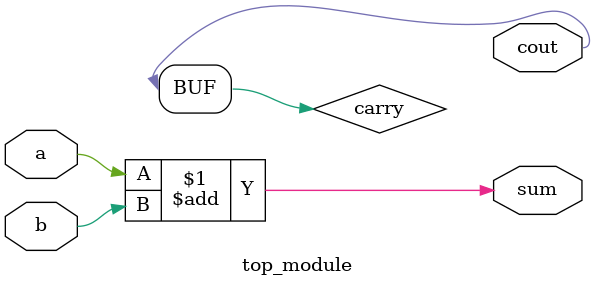
<source format=sv>
module top_module (
  input a,
  input b,
  output sum,
  output cout
);
  
  // Declare internal wire for carry out
  wire carry;
  
  // Adder logic
  assign sum = a + b;
  assign cout = carry;
  
endmodule

</source>
